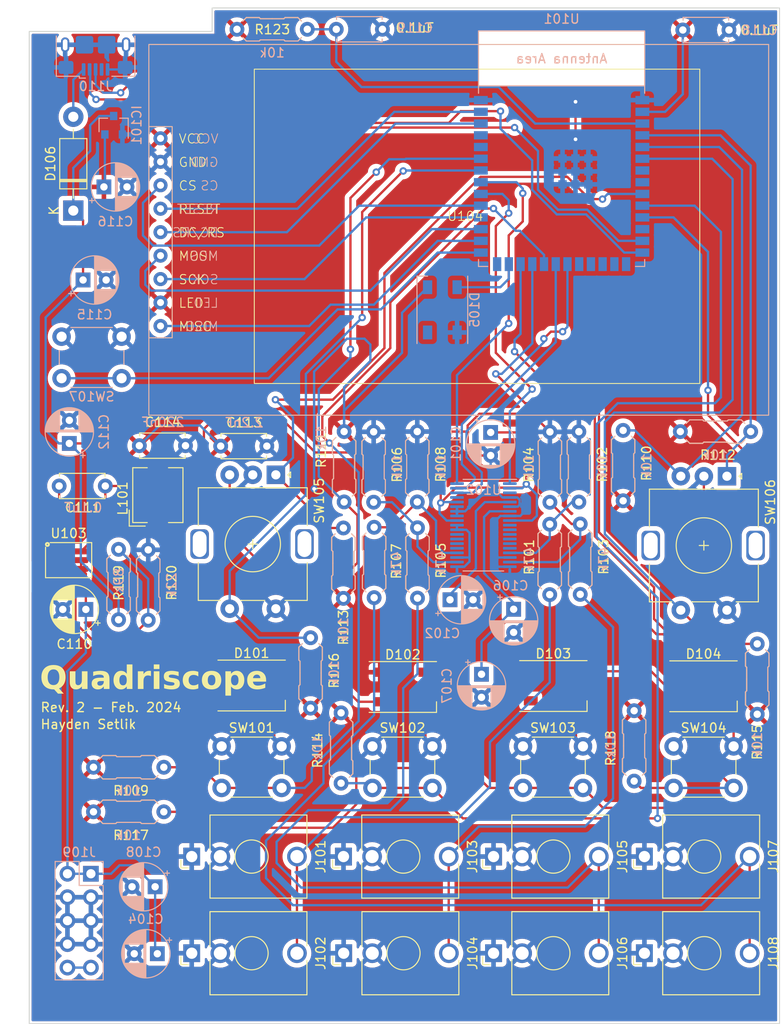
<source format=kicad_pcb>
(kicad_pcb (version 20221018) (generator pcbnew)
  (layers (0 "F.Cu" signal) (31 "B.Cu" signal) (34 "B.Paste" user) (35 "F.Paste" user) (36 "B.SilkS" user "B.Silkscreen") (37 "F.SilkS" user "F.Silkscreen") (38 "B.Mask" user) (39 "F.Mask" user) (44 "Edge.Cuts" user))
  (net 0 "")
  (net 1 "+3.3V")
  (net 2 "GND")
  (net 3 "Net-(U102-REFIO)")
  (net 4 "+12V")
  (net 5 "-12V")
  (net 6 "Net-(U102-REFCAP)")
  (net 7 "+5V")
  (net 8 "Net-(D101-DIN)")
  (net 10 "Net-(D102-DIN)")
  (net 11 "Net-(D103-DIN)")
  (net 12 "PIXELS")
  (net 13 "Net-(J101-PadT)")
  (net 14 "Net-(J103-PadT)")
  (net 15 "Net-(J105-PadT)")
  (net 16 "Net-(J107-PadT)")
  (net 17 "Net-(U102-AIN_0P)")
  (net 18 "Net-(U102-AIN_1P)")
  (net 19 "Net-(U102-AIN_2P)")
  (net 20 "Net-(U102-AIN_3P)")
  (net 21 "C1")
  (net 22 "ENCA_R")
  (net 23 "ENCB_R")
  (net 24 "ENCA_L")
  (net 25 "ENCB_L")
  (net 26 "C2")
  (net 27 "ENCA_B")
  (net 28 "ENCB_B")
  (net 29 "C3")
  (net 30 "C4")
  (net 31 "ADC_MOSI")
  (net 44 "ADC_MISO")
  (net 45 "ADC_SCK")
  (net 46 "ADC_CS")
  (net 47 "Net-(U103-CB)")
  (net 48 "D_MOSI")
  (net 49 "D_MISO")
  (net 50 "D_SCK")
  (net 51 "D_CS")
  (net 52 "Net-(U103-SW)")
  (net 53 "Net-(U101-EN)")
  (net 54 "D_RST")
  (net 55 "Net-(D105-DOUT)")
  (net 57 "D_DCRC")
  (net 58 "IO20")
  (net 59 "IO19")
  (net 60 "Net-(U103-FB)")
  (net 61 "Net-(SW107-A)")
  (net 73 "Net-(D106-A)")
  (footprint "Connector_Audio:Jack_3.5mm_QingPu_WQP-PJ398SM_Vertical_CircularHoles" (layer "F.Cu") (at 34.0622 -7.6256 90)
    (fp_text reference "J104")
    (fp_text value "THRU_2")
  )
  (footprint "PCM_Resistor_THT_AKL:R_Axial_DIN0207_L6.3mm_D2.5mm_P7.62mm_Horizontal" (layer "F.Cu") (at 64.3382 -56.6166 90)
    (fp_text reference "R110")
    (fp_text value "10k")
  )
  (footprint "PCM_Resistor_THT_AKL:R_Axial_DIN0207_L6.3mm_D2.5mm_P7.62mm_Horizontal" (layer "F.Cu") (at 30.48 -34.163 90)
    (fp_text reference "R116")
    (fp_text value "10k")
  )
  (footprint "Capacitor_THT:C_Disc_D4.7mm_W2.5mm_P5.00mm" (layer "F.Cu") (at 20.741 -62.5348)
    (fp_text reference "C113")
    (fp_text value "2.2nF" hide)
  )
  (footprint "PCM_Resistor_THT_AKL:R_Axial_DIN0207_L6.3mm_D2.5mm_P7.62mm_Horizontal" (layer "F.Cu") (at 37.3634 -46.1264 90)
    (fp_text reference "R107")
    (fp_text value "47k")
  )
  (footprint "PCM_Resistor_THT_AKL:R_Axial_DIN0207_L6.3mm_D2.5mm_P7.62mm_Horizontal" (layer "F.Cu") (at 9.67788 -51.357232 -90)
    (fp_text reference "R119")
    (fp_text value "89k")
  )
  (footprint "PCM_Resistor_THT_AKL:R_Axial_DIN0207_L6.3mm_D2.5mm_P7.62mm_Horizontal" (layer "F.Cu") (at 37.3126 -56.4642 90)
    (fp_text reference "R106")
    (fp_text value "10k")
  )
  (footprint "Button_Switch_THT:SW_PUSH_6mm_H5mm" (layer "F.Cu") (at 53.4898 -30.0236)
    (fp_text reference "SW103")
    (fp_text value "SW_SPST")
  )
  (footprint "PCM_Resistor_THT_AKL:R_Axial_DIN0207_L6.3mm_D2.5mm_P7.62mm_Horizontal" (layer "F.Cu") (at 42.037 -56.4896 90)
    (fp_text reference "R108")
    (fp_text value "10k")
  )
  (footprint "PCM_Resistor_THT_AKL:R_Axial_DIN0207_L6.3mm_D2.5mm_P7.62mm_Horizontal" (layer "F.Cu") (at 56.388 -46.4566 90)
    (fp_text reference "R101")
    (fp_text value "47k")
  )
  (footprint "PCM_Package_TO_SOT_SMD_AKL:SOT-23-6_BigPads" (layer "F.Cu") (at 4.26768 -50.188832)
    (fp_text reference "U103")
    (fp_text value "LMR50410-Q" hide)
  )
  (footprint "Connector_Audio:Jack_3.5mm_QingPu_WQP-PJ398SM_Vertical_CircularHoles" (layer "F.Cu") (at 66.6446 -7.6256 90)
    (fp_text reference "J108")
    (fp_text value "THRU_4")
  )
  (footprint "Connector_Audio:Jack_3.5mm_QingPu_WQP-PJ398SM_Vertical_CircularHoles" (layer "F.Cu") (at 50.2994 -18.0904 90)
    (fp_text reference "J105")
    (fp_text value "IN_3")
  )
  (footprint "PCM_Resistor_THT_AKL:R_Axial_DIN0207_L6.3mm_D2.5mm_P7.62mm_Horizontal" (layer "F.Cu") (at 33.782 -33.655 -90)
    (fp_text reference "R114")
    (fp_text value "10k")
  )
  (footprint "PCM_Resistor_THT_AKL:R_Axial_DIN0207_L6.3mm_D2.5mm_P7.62mm_Horizontal" (layer "F.Cu") (at 78.867 -33.5026 90)
    (fp_text reference "R115")
    (fp_text value "10k")
  )
  (footprint "PCM_Resistor_THT_AKL:R_Axial_DIN0207_L6.3mm_D2.5mm_P7.62mm_Horizontal" (layer "F.Cu") (at 59.5436 -56.479625 90)
    (fp_text reference "R102")
    (fp_text value "10k")
  )
  (footprint "PCM_Resistor_THT_AKL:R_Axial_DIN0207_L6.3mm_D2.5mm_P7.62mm_Horizontal" (layer "F.Cu") (at 42.0624 -46.0756 90)
    (fp_text reference "R105")
    (fp_text value "47k")
  )
  (footprint "PCM_Resistor_THT_AKL:R_Axial_DIN0207_L6.3mm_D2.5mm_P7.62mm_Horizontal" (layer "F.Cu") (at 6.9596 -22.9362)
    (fp_text reference "R117")
    (fp_text value "10k")
  )
  (footprint "LED_SMD:LED_SK6812_PLCC4_5.0x5.0mm_P3.2mm" (layer "F.Cu") (at 24.0942 -36.6128)
    (fp_text reference "D101")
    (fp_text value "SK6812")
  )
  (footprint "PCM_Resistor_THT_AKL:R_Axial_DIN0207_L6.3mm_D2.5mm_P7.62mm_Horizontal" (layer "F.Cu") (at 22.5044 -107.6706)
    (fp_text reference "R123")
    (fp_text value "10k")
  )
  (footprint "LED_SMD:LED_SK6812_PLCC4_5.0x5.0mm_P3.2mm" (layer "F.Cu") (at 56.779 -36.556)
    (fp_text reference "D103")
    (fp_text value "SK6812")
  )
  (footprint "Diode_THT:D_DO-41_SOD81_P10.16mm_Horizontal" (layer "F.Cu") (at 4.7752 -88.0364 90)
    (fp_text reference "D106")
    (fp_text value "1N4002")
  )
  (footprint "Connector_Audio:Jack_3.5mm_QingPu_WQP-PJ398SM_Vertical_CircularHoles" (layer "F.Cu") (at 17.603 -7.6256 90)
    (fp_text reference "J102")
    (fp_text value "THRU_1")
  )
  (footprint "PCM_Resistor_THT_AKL:R_Axial_DIN0207_L6.3mm_D2.5mm_P7.62mm_Horizontal" (layer "F.Cu") (at 34.036 -46.0502 90)
    (fp_text reference "R113")
    (fp_text value "10k")
  )
  (footprint "Alps_Rotary_Encoder:RotaryEncoder_Alps_EC11E-Switch_Vertical_H20mm_5Pin" (layer "F.Cu") (at 75.585 -59.2748 -90)
    (fp_text reference "SW106")
    (fp_text value "RotaryEncoder_Switch")
  )
  (footprint "LED_SMD:LED_SK6812_PLCC4_5.0x5.0mm_P3.2mm" (layer "F.Cu") (at 40.4722 -36.4544)
    (fp_text reference "D102")
    (fp_text value "SK6812")
  )
  (footprint "Inductor_SMD:L_Bourns_SRP5030T" (layer "F.Cu") (at 13.9347 -57.2262 90)
    (fp_text reference "L101")
    (fp_text value "4.7uH")
  )
  (footprint "Connector_Audio:Jack_3.5mm_QingPu_WQP-PJ398SM_Vertical_CircularHoles" (layer "F.Cu") (at 34.0434 -18.0904 90)
    (fp_text reference "J103")
    (fp_text value "IN_2")
  )
  (footprint "PCM_Resistor_THT_AKL:R_Axial_DIN0207_L6.3mm_D2.5mm_P7.62mm_Horizontal" (layer "F.Cu") (at 6.9596 -27.7622)
    (fp_text reference "R109")
    (fp_text value "10k")
  )
  (footprint "Button_Switch_THT:SW_PUSH_6mm_H5mm" (layer "F.Cu") (at 37.183 -30.0236)
    (fp_text reference "SW102")
    (fp_text value "SW_SPST")
  )
  (footprint "Button_Switch_THT:SW_PUSH_6mm_H5mm" (layer "F.Cu") (at 69.8082 -30.0236)
    (fp_text reference "SW104")
    (fp_text value "SW_SPST")
  )
  (footprint "PCM_Resistor_THT_AKL:R_Axial_DIN0207_L6.3mm_D2.5mm_P7.62mm_Horizontal" (layer "F.Cu") (at 65.532 -33.8836 -90)
    (fp_text reference "R118")
    (fp_text value "10k")
  )
  (footprint "Capacitor_THT:C_Disc_D4.7mm_W2.5mm_P5.00mm" (layer "F.Cu") (at 11.9272 -62.5856)
    (fp_text reference "C114")
    (fp_text value "220nF" hide)
  )
  (footprint "Alps_Rotary_Encoder:RotaryEncoder_Alps_EC11E-Switch_Vertical_H20mm_5Pin" (layer "F.Cu") (at 26.7154 -59.4272 -90)
    (fp_text reference "SW105")
    (fp_text value "RotaryEncoder_Switch")
  )
  (footprint "PCM_Resistor_THT_AKL:R_Axial_DIN0207_L6.3mm_D2.5mm_P7.62mm_Horizontal" (layer "F.Cu") (at 56.4054 -56.454225 90)
    (fp_text reference "R104")
    (fp_text value "10k")
  )
  (footprint "PCM_Resistor_THT_AKL:R_Axial_DIN0207_L6.3mm_D2.5mm_P7.62mm_Horizontal" (layer "F.Cu") (at 59.69 -46.482 90)
    (fp_text reference "R103")
    (fp_text value "47k")
  )
  (footprint "Connector_Audio:Jack_3.5mm_QingPu_WQP-PJ398SM_Vertical_CircularHoles" (layer "F.Cu") (at 17.603 -18.0904 90)
    (fp_text reference "J101")
    (fp_text value "IN_1")
  )
  (footprint "Connector_Audio:Jack_3.5mm_QingPu_WQP-PJ398SM_Vertical_CircularHoles" (layer "F.Cu") (at 66.6446 -18.0904 90)
    (fp_text reference "J107")
    (fp_text value "IN_4")
  )
  (footprint "LED_SMD:LED_SK6812_PLCC4_5.0x5.0mm_P3.2mm" (layer "F.Cu") (at 73.0466 -36.5308)
    (fp_text reference "D104")
    (fp_text value "SK6812")
  )
  (footprint "Connector_Audio:Jack_3.5mm_QingPu_WQP-PJ398SM_Vertical_CircularHoles" (layer "F.Cu") (at 50.2994 -7.6256 90)
    (fp_text reference "J106")
    (fp_text value "THRU_3")
  )
  (footprint "PCM_Resistor_THT_AKL:R_Axial_DIN0207_L6.3mm_D2.5mm_P7.62mm_Horizontal" (layer "F.Cu") (at 70.5358 -64.1096)
    (fp_text reference "R112")
    (fp_text value "10k")
  )
  (footprint "PCM_Resistor_THT_AKL:R_Axial_DIN0207_L6.3mm_D2.5mm_P7.62mm_Horizontal" (layer "F.Cu") (at 34.1122 -64.1096 -90)
    (fp_text reference "R111")
    (fp_text value "10k")
  )
  (footprint "PCM_Resistor_THT_AKL:R_Axial_DIN0207_L6.3mm_D2.5mm_P7.62mm_Horizontal" (layer "F.Cu") (at 12.89228 -43.686432 90)
    (fp_text reference "R120")
    (fp_text value "22k")
  )
  (footprint "Capacitor_THT:CP_Radial_D5.0mm_P2.50mm" (layer "F.Cu") (at 6.133193 -44.85432 180)
    (fp_text reference "C110")
    (fp_text value "10uF")
  )
  (footprint "Capacitor_THT:C_Disc_D4.7mm_W2.5mm_P5.00mm" (layer "F.Cu") (at 3.2404 -58.2168)
    (fp_text reference "C111")
    (fp_text value "0.1uF" hide)
  )
  (footprint "Display:TFTBreakout_ILI9341_340x320" (layer "F.Cu") (at 12.9524 -106.0212)
    (fp_text reference "U104")
    (fp_text value "~")
  )
  (footprint "Button_Switch_THT:SW_PUSH_6mm_H5mm" (layer "F.Cu") (at 20.8442 -30.0236)
    (fp_text reference "SW101")
    (fp_text value "SW_SPST")
  )
  (footprint "Capacitor_THT:CP_Radial_D5.0mm_P2.50mm" (layer "B.Cu") (at 8.091288 -90.6018)
    (fp_text reference "C116")
    (fp_text value "10uF")
  )
  (footprint "Capacitor_THT:CP_Radial_D5.0mm_P2.50mm" (layer "B.Cu") (at 49.9872 -64.019312 -90)
    (fp_text reference "C101")
    (fp_text value "1uF")
  )
  (footprint "Button_Switch_THT:SW_PUSH_6mm_H5mm" (layer "B.Cu") (at 3.5064 -69.886)
    (fp_text reference "SW107")
    (fp_text value "SW_SPST")
  )
  (footprint "PCM_4ms_Package_SOT:SOT-23" (layer "B.Cu") (at 9.144 -97.282 90)
    (fp_text reference "IC101")
    (fp_text value "LD1117-3.3V-SOT223")
  )
  (footprint "Capacitor_THT:C_Disc_D4.7mm_W2.5mm_P5.00mm" (layer "B.Cu") (at 70.8044 -107.5944)
    (fp_text reference "C118")
    (fp_text value "0.1uF" hide)
  )
  (footprint "Capacitor_THT:CP_Radial_D5.0mm_P2.50mm" (layer "B.Cu") (at 13.638776 -14.821 180)
    (fp_text reference "C108")
    (fp_text value "2.2uF")
  )
  (footprint "Connector_PinHeader_2.54mm:PinHeader_2x05_P2.54mm_Vertical" (layer "B.Cu") (at 6.68068 -16.22852 180)
    (fp_text reference "J109")
    (fp_text value "Conn_02x05_Odd_Even")
  )
  (footprint "Capacitor_THT:CP_Radial_D5.0mm_P2.50mm" (layer "B.Cu") (at 52.4764 -44.867713 -90)
    (fp_text reference "C106")
    (fp_text value "1uF")
  )
  (footprint "Capacitor_THT:CP_Radial_D5.0mm_P2.50mm" (layer "B.Cu") (at 45.5822 -45.8978)
    (fp_text reference "C102")
    (fp_text value "10uF")
  )
  (footprint "Connector_USB:USB_Micro-B_Amphenol_10118193-0001LF_Horizontal" (layer "B.Cu") (at 7.1902 -105.9942)
    (fp_text reference "J110")
    (fp_text value "USB_B_Micro")
  )
  (footprint "Capacitor_THT:C_Disc_D4.7mm_W2.5mm_P5.00mm" (layer "B.Cu") (at 33.2632 -107.6706)
    (fp_text reference "C119")
    (fp_text value "0.1uF" hide)
  )
  (footprint "Espressif:ESP32-S3-WROOM-1" (layer "B.Cu") (at 57.6734 -91.741 180)
    (fp_text reference "U101")
    (fp_text value "ESP32-S3-WROOM-1")
  )
  (footprint "LED_SMD:LED_SK6812_PLCC4_5.0x5.0mm_P3.2mm" (layer "B.Cu") (at 44.7548 -77.2922 90)
    (fp_text reference "D105")
    (fp_text value "WS2812B")
  )
  (footprint "Capacitor_THT:CP_Radial_D5.0mm_P2.50mm" (layer "B.Cu") (at 4.34388 -62.82672 90)
    (fp_text reference "C112")
    (fp_text value "10uF")
  )
  (footprint "Capacitor_THT:CP_Radial_D5.0mm_P2.50mm" (layer "B.Cu") (at 13.8792 -7.5692 180)
    (fp_text reference "C104")
    (fp_text value "22uF")
  )
  (footprint "Package_SO:TSSOP-38_4.4x9.7mm_P0.5mm" (layer "B.Cu") (at 49.1998 -53.975 180)
    (fp_text reference "U102")
    (fp_text value "ADS8684")
  )
  (footprint "Capacitor_THT:CP_Radial_D5.0mm_P2.50mm" (layer "B.Cu") (at 5.830688 -80.5244)
    (fp_text reference "C115")
    (fp_text value "10uF")
  )
  (footprint "Capacitor_THT:CP_Radial_D5.0mm_P2.50mm" (layer "B.Cu") (at 48.9966 -37.831912 -90)
    (fp_text reference "C107")
    (fp_text value "22uF")
  )
  (gr_poly (pts (xy 0 0) (xy 0 -107.442) (xy 19.812 -107.442) (xy 19.812 -109.982) (xy 81.28 -109.982) (xy 81.28 0)) (stroke (width 0.1)) (fill none) (layer "Edge.Cuts"))
  (gr_text "Rev. 2 - Feb. 2024" (at 1.143 -33.655) (layer "F.SilkS") (effects (font (size 1 1)) (justify left bottom)))
  (gr_text "Quadriscope" (at 1.143 -35.814) (layer "F.SilkS") (effects (font (size 2.5 2.5) (thickness 0.3) bold) (justify left bottom)))
  (gr_text "Hayden Setlik" (at 1.143 -31.8262) (layer "F.SilkS") (effects (font (size 1 1)) (justify left bottom)))
  (via (at 30.861 -57.912) (size 0.8) (drill 0.4) (layers "F.Cu" "B.Cu") (net 1))
  (segment (start 34.1122 -64.1096) (end 34.1122 -68.9102) (width 0.25) (layer "B.Cu") (net 1))
  (segment (start 14.1116 -64.77) (end 18.5058 -64.77) (width 0.25) (layer "B.Cu") (net 1))
  (segment (start 34.1122 -66.3702) (end 40.386 -72.644) (width 0.25) (layer "B.Cu") (net 1))
  (segment (start 36.957 -73.533) (end 36.322 -74.168) (width 0.25) (layer "B.Cu") (net 1))
  (segment (start 40.386 -76.9734) (end 43.1548 -79.7422) (width 0.25) (layer "B.Cu") (net 1))
  (segment (start 30.861 -70.610604) (end 30.861 -57.912) (width 0.25) (layer "B.Cu") (net 1))
  (segment (start 70.8044 -100.6494) (end 70.8044 -107.5944) (width 0.25) (layer "B.Cu") (net 1))
  (segment (start 66.4234 -98.731) (end 68.886 -98.731) (width 0.25) (layer "B.Cu") (net 1))
  (segment (start 34.1122 -64.1096) (end 34.1122 -66.3702) (width 0.25) (layer "B.Cu") (net 1))
  (segment (start 8.194 -96.282) (end 8.194 -90.704512) (width 0.25) (layer "B.Cu") (net 1))
  (segment (start 11.9272 -62.5856) (end 14.1116 -64.77) (width 0.25) (layer "B.Cu") (net 1))
  (segment (start 36.322 -74.168) (end 34.418396 -74.168) (width 0.25) (layer "B.Cu") (net 1))
  (segment (start 36.957 -71.755) (end 36.957 -73.533) (width 0.25) (layer "B.Cu") (net 1))
  (segment (start 8.194 -90.704512) (end 8.091288 -90.6018) (width 0.25) (layer "B.Cu") (net 1))
  (segment (start 40.386 -72.644) (end 40.386 -76.9734) (width 0.25) (layer "B.Cu") (net 1))
  (segment (start 34.418396 -74.168) (end 30.861 -70.610604) (width 0.25) (layer "B.Cu") (net 1))
  (segment (start 34.1122 -68.9102) (end 36.957 -71.755) (width 0.25) (layer "B.Cu") (net 1))
  (segment (start 18.5058 -64.77) (end 20.741 -62.5348) (width 0.25) (layer "B.Cu") (net 1))
  (segment (start 68.886 -98.731) (end 70.8044 -100.6494) (width 0.25) (layer "B.Cu") (net 1))
  (segment (start 2.032 -46.101) (end 2.386513 -46.101) (width 0.25) (layer "F.Cu") (net 2))
  (segment (start 73.085 -47.2748) (end 75.585 -44.7748) (width 0.25) (layer "F.Cu") (net 2))
  (segment (start 47.498 -64.135) (end 47.498 -64.77) (width 0.25) (layer "F.Cu") (net 2))
  (segment (start 47.498 -62.611) (end 47.498 -64.135) (width 0.25) (layer "F.Cu") (net 2))
  (segment (start 42.9222 -30.7844) (end 43.683 -30.0236) (width 0.25) (layer "F.Cu") (net 2))
  (segment (start 1.547832 -50.188832) (end 0.762 -49.403) (width 0.25) (layer "F.Cu") (net 2))
  (segment (start 42.9222 -34.8544) (end 42.9222 -30.7844) (width 0.25) (layer "F.Cu") (net 2))
  (segment (start 2.386513 -46.101) (end 3.633193 -44.85432) (width 0.25) (layer "F.Cu") (net 2))
  (segment (start 54.439625 -66.04) (end 56.4054 -64.074225) (width 0.25) (layer "F.Cu") (net 2))
  (segment (start 2.91768 -50.188832) (end 1.547832 -50.188832) (width 0.25) (layer "F.Cu") (net 2))
  (segment (start 26.5442 -30.8236) (end 27.3442 -30.0236) (width 0.25) (layer "F.Cu") (net 2))
  (segment (start 76.3082 -34.1192) (end 75.4966 -34.9308) (width 0.25) (layer "F.Cu") (net 2))
  (segment (start 73.085 -59.2748) (end 73.085 -47.2748) (width 0.25) (layer "F.Cu") (net 2))
  (segment (start 47.498 -64.77) (end 48.768 -66.04) (width 0.25) (layer "F.Cu") (net 2))
  (segment (start 48.768 -66.04) (end 54.439625 -66.04) (width 0.25) (layer "F.Cu") (net 2))
  (segment (start 59.182 -95.758) (end 59.182 -99.822) (width 0.25) (layer "F.Cu") (net 2))
  (segment (start 42.037 -64.1096) (end 47.4726 -64.1096) (width 0.25) (layer "F.Cu") (net 2))
  (segment (start 59.229 -34.956) (end 59.229 -30.7844) (width 0.25) (layer "F.Cu") (net 2))
  (segment (start 48.589688 -61.519312) (end 47.498 -62.611) (width 0.25) (layer "F.Cu") (net 2))
  (segment (start 47.4726 -64.1096) (end 47.498 -64.135) (width 0.25) (layer "F.Cu") (net 2))
  (segment (start 0.762 -49.403) (end 0.762 -47.371) (width 0.25) (layer "F.Cu") (net 2))
  (segment (start 76.3082 -30.0236) (end 76.3082 -34.1192) (width 0.25) (layer "F.Cu") (net 2))
  (segment (start 26.5442 -35.0128) (end 26.5442 -30.8236) (width 0.25) (layer "F.Cu") (net 2))
  (segment (start 49.9872 -61.519312) (end 48.589688 -61.519312) (width 0.25) (layer "F.Cu") (net 2))
  (segment (start 59.229 -30.7844) (end 59.9898 -30.0236) (width 0.25) (layer "F.Cu") (net 2))
  (segment (start 0.762 -47.371) (end 2.032 -46.101) (width 0.25) (layer "F.Cu") (net 2))
  (via (at 59.182 -95.758) (size 0.8) (drill 0.4) (layers "F.Cu" "B.Cu") (net 2))
  (via (at 59.182 -99.822) (size 0.8) (drill 0.4) (layers "F.Cu" "B.Cu") (net 2))
  (segment (start 49.9872 -58.399315) (end 49.9872 -61.519312) (width 0.25) (layer "B.Cu") (net 2))
  (segment (start 46.3373 -53.975) (end 46.3373 -53.475) (width 0.25) (layer "B.Cu") (net 2))
  (segment (start 53.594 -55.372) (end 53.594 -55.9188) (width 0.25) (layer "B.Cu") (net 2))
  (segment (start 49.911 -58.323115) (end 49.9872 -58.399315) (width 0.25) (layer "B.Cu") (net 2))
  (segment (start 52.0623 -49.475) (end 50.491 -49.475) (width 0.25) (layer "B.Cu") (net 2))
  (segment (start 46.3373 -55.475) (end 47.22 -55.475) (width 0.25) (layer "B.Cu") (net 2))
  (segment (start 52.927 -55.975) (end 53.1248 -56.1728) (width 0.25) (layer "B.Cu") (net 2))
  (segment (start 51.259115 -56.975) (end 49.911 -58.323115) (width 0.25) (layer "B.Cu") (net 2))
  (segment (start 47.696 -50.475) (end 47.696 -50.030515) (width 0.25) (layer "B.Cu") (net 2))
  (segment (start 8.4902 -103.3192) (end 10.1652 -103.3192) (width 0.25) (layer "B.Cu") (net 2))
  (segment (start 59.182 -99.822) (end 59.361 -100.001) (width 0.25) (layer "B.Cu") (net 2))
  (segment (start 46.3373 -49.475) (end 46.3373 -48.4963) (width 0.25) (layer "B.Cu") (net 2))
  (segment (start 10.1652 -103.3192) (end 10.3902 -103.5442) (width 0.25) (layer "B.Cu") (net 2))
  (segment (start 47.696 -53.142) (end 47.696 -50.475) (width 0.25) (layer "B.Cu") (net 2))
  (segment (start 47.696 -50.030515) (end 47.140485 -49.475) (width 0.25) (layer "B.Cu") (net 2))
  (segment (start 59.1734 -93.681) (end 59.1734 -95.7494) (width 0.25) (layer "B.Cu") (net 2))
  (segment (start 52.0623 -54.975) (end 53.197 -54.975) (width 0.25) (layer "B.Cu") (net 2))
  (segment (start 52.0623 -56.975) (end 51.259115 -56.975) (width 0.25) (layer "B.Cu") (net 2))
  (segment (start 47.140485 -49.475) (end 46.3373 -49.475) (width 0.25) (layer "B.Cu") (net 2))
  (segment (start 52.0623 -50.475) (end 50.49 -50.475) (width 0.25) (layer "B.Cu") (net 2))
  (segment (start 53.594 -55.9188) (end 53.1248 -56.388) (width 0.25) (layer "B.Cu") (net 2))
  (segment (start 52.0623 -54.975) (end 51.038 -54.975) (width 0.25) (layer "B.Cu") (net 2))
  (segment (start 47.363 -53.475) (end 47.696 -53.142) (width 0.25) (layer "B.Cu") (net 2))
  (segment (start 53.1248 -56.7302) (end 52.88 -56.975) (width 0.25) (layer "B.Cu") (net 2))
  (segment (start 53.1248 -56.1728) (end 53.1248 -56.388) (width 0.25) (layer "B.Cu") (net 2))
  (segment (start 46.3373 -50.475) (end 47.696 -50.475) (width 0.25) (layer "B.Cu") (net 2))
  (segment (start 47.22 -55.475) (end 47.879 -56.134) (width 0.25) (layer "B.Cu") (net 2))
  (segment (start 53.1248 -56.388) (end 53.1248 -56.7302) (width 0.25) (layer "B.Cu") (net 2))
  (segment (start 59.1734 -95.7494) (end 59.182 -95.758) (width 0.25) (layer "B.Cu") (net 2))
  (segment (start 53.197 -54.975) (end 53.594 -55.372) (width 0.25) (layer "B.Cu") (net 2))
  (segment (start 52.88 -56.975) (end 52.0623 -56.975) (width 0.25) (layer "B.Cu") (net 2))
  (segment (start 46.3373 -54.975) (end 46.3373 -55.975) (width 0.25) (layer "B.Cu") (net 2))
  (segment (start 46.3373 -53.475) (end 47.363 -53.475) (width 0.25) (layer "B.Cu") (net 2))
  (segment (start 51.038 -54.975) (end 50.546 -54.483) (width 0.25) (layer "B.Cu") (net 2))
  (segment (start 52.0623 -55.975) (end 52.927 -55.975) (width 0.25) (layer "B.Cu") (net 2))
  (segment (start 45.5822 -46.4712) (end 48.387 -49.276) (width 0.25) (layer "B.Cu") (net 3))
  (segment (start 49.363 -56.475) (end 52.0623 -56.475) (width 0.25) (layer "B.Cu") (net 3))
  (segment (start 45.5822 -45.8978) (end 45.5822 -46.4712) (width 0.25) (layer "B.Cu") (net 3))
  (segment (start 48.387 -55.499) (end 49.363 -56.475) (width 0.25) (layer "B.Cu") (net 3))
  (segment (start 48.387 -49.276) (end 48.387 -55.499) (width 0.25) (layer "B.Cu") (net 3))
  (segment (start 6.133193 -48.723319) (end 5.61768 -49.238832) (width 0.25) (layer "F.Cu") (net 4))
  (segment (start 6.133193 -44.85432) (end 6.133193 -48.723319) (width 0.25) (layer "F.Cu") (net 4))
  (segment (start 5.61768 -49.238832) (end 5.61768 -50.188832) (width 0.25) (layer "F.Cu") (net 4))
  (segment (start 13.638776 -14.821) (end 13.638776 -7.809624) (width 0.25) (layer "B.Cu") (net 4))
  (segment (start 8.86252 -16.22852) (end 9.779 -17.145) (width 0.25) (layer "B.Cu") (net 4))
  (segment (start 4.14068 -38.02332) (end 4.14068 -16.22852) (width 0.25) (layer "B.Cu") (net 4))
  (segment (start 6.133193 -44.85432) (end 6.133193 -40.169193) (width 0.25) (layer "B.Cu") (net 4))
  (segment (start 11.314776 -17.145) (end 13.638776 -14.821) (width 0.25) (layer "B.Cu") (net 4))
  (segment (start 6.133193 -40.169193) (end 4.064 -38.1) (width 0.25) (layer "B.Cu") (net 4))
  (segment (start 13.638776 -7.809624) (end 13.8792 -7.5692) (width 0.25) (layer "B.Cu") (net 4))
  (segment (start 4.064 -38.1) (end 4.14068 -38.02332) (width 0.25) (layer "B.Cu") (net 4))
  (segment (start 4.14068 -16.22852) (end 6.68068 -16.22852) (width 0.25) (layer "B.Cu") (net 4))
  (segment (start 9.779 -17.145) (end 11.314776 -17.145) (width 0.25) (layer "B.Cu") (net 4))
  (segment (start 6.68068 -16.22852) (end 8.86252 -16.22852) (width 0.25) (layer "B.Cu") (net 4))
  (segment (start 4.14068 -6.06852) (end 6.68068 -6.06852) (width 0.25) (layer "B.Cu") (net 5))
  (segment (start 52.4764 -45.5676) (end 49.276 -48.768) (width 0.25) (layer "B.Cu") (net 6))
  (segment (start 48.9966 -41.387913) (end 52.4764 -44.867713) (width 0.25) (layer "B.Cu") (net 6))
  (segment (start 49.276 -54.864) (end 49.887 -55.475) (width 0.25) (layer "B.Cu") (net 6))
  (segment (start 48.9966 -37.831912) (end 48.9966 -41.387913) (width 0.25) (layer "B.Cu") (net 6))
  (segment (start 49.887 -55.475) (end 52.0623 -55.475) (width 0.25) (layer "B.Cu") (net 6))
  (segment (start 49.276 -48.768) (end 49.276 -54.864) (width 0.25) (layer "B.Cu") (net 6))
  (segment (start 52.4764 -44.867713) (end 52.4764 -45.5676) (width 0.25) (layer "B.Cu") (net 6))
  (segment (start 17.1852 -59.4762) (end 13.9347 -59.4762) (width 0.25) (layer "F.Cu") (net 7))
  (segment (start 4.34388 -62.82672) (end 7.53128 -62.82672) (width 0.25) (layer "F.Cu") (net 7))
  (segment (start 46.228 -58.039) (end 44.577 -56.388) (width 0.25) (layer "F.Cu") (net 7))
  (segment (start 5.830688 -80.5244) (end 5.830688 -86.980912) (width 0.25) (layer "F.Cu") (net 7))
  (segment (start 7.53128 -62.82672) (end 10.8818 -59.4762) (width 0.25) (layer "F.Cu") (net 7))
  (segment (start 20.32 -65.786) (end 18.923 -64.389) (width 0.25) (layer "F.Cu") (net 7))
  (segment (start 10.8818 -59.4762) (end 13.9347 -59.4762) (width 0.25) (layer "F.Cu") (net 7))
  (segment (start 5.830688 -86.980912) (end 4.7752 -88.0364) (width 0.25) (layer "F.Cu") (net 7))
  (segment (start 18.923 -64.389) (end 18.923 -61.214) (width 0.25) (layer "F.Cu") (net 7))
  (segment (start 42.418 -61.849) (end 30.988 -61.849) (width 0.25) (layer "F.Cu") (net 7))
  (segment (start 53.848 -63.5) (end 53.328688 -64.019312) (width 0.25) (layer "F.Cu") (net 7))
  (segment (start 53.328688 -64.019312) (end 49.9872 -64.019312) (width 0.25) (layer "F.Cu") (net 7))
  (segment (start 44.577 -59.69) (end 42.418 -61.849) (width 0.25) (layer "F.Cu") (net 7))
  (segment (start 53.848 -58.42) (end 53.467 -58.039) (width 0.25) (layer "F.Cu") (net 7))
  (segment (start 18.923 -61.214) (end 17.1852 -59.4762) (width 0.25) (layer "F.Cu") (net 7))
  (segment (start 30.988 -61.849) (end 27.051 -65.786) (width 0.25) (layer "F.Cu") (net 7))
  (segment (start 27.051 -65.786) (end 20.32 -65.786) (width 0.25) (layer "F.Cu") (net 7))
  (segment (start 53.848 -58.42) (end 53.848 -63.5) (width 0.25) (layer "F.Cu") (net 7))
  (segment (start 44.577 -56.388) (end 44.577 -59.69) (width 0.25) (layer "F.Cu") (net 7))
  (segment (start 53.467 -58.039) (end 46.228 -58.039) (width 0.25) (layer "F.Cu") (net 7))
  (via (at 44.577 -56.388) (size 0.8) (drill 0.4) (layers "F.Cu" "B.Cu") (net 7))
  (via (at 53.848 -58.42) (size 0.8) (drill 0.4) (layers "F.Cu" "B.Cu") (net 7))
  (segment (start 9.67788 -45.94812) (end 5.588 -50.038) (width 0.25) (layer "B.Cu") (net 7))
  (segment (start 44.664 -56.475) (end 46.3373 -56.475) (width 0.25) (layer "B.Cu") (net 7))
  (segment (start 6.604 -94.488) (end 6.604 -97.282) (width 0.25) (layer "B.Cu") (net 7))
  (segment (start 4.34388 -62.82672) (end 3.21328 -62.82672) (width 0.25) (layer "B.Cu") (net 7))
  (segment (start 46.3373 -54.475) (end 45.22 -54.475) (width 0.25) (layer "B.Cu") (net 7))
  (segment (start 44.45 -55.245) (end 44.45 -56.261) (width 0.25) (layer "B.Cu") (net 7))
  (segment (start 54.475 -54.475) (end 54.991 -54.991) (width 0.25) (layer "B.Cu") (net 7))
  (segment (start 9.67788 -43.737232) (end 9.67788 -45.94812) (width 0.25) (layer "B.Cu") (net 7))
  (segment (start 1.778 -76.471712) (end 5.830688 -80.5244) (width 0.25) (layer "B.Cu") (net 7))
  (segment (start 44.45 -56.261) (end 44.577 -56.388) (width 0.25) (layer "B.Cu") (net 7))
  (segment (start 4.7752 -92.6592) (end 6.604 -94.488) (width 0.25) (layer "B.Cu") (net 7))
  (segment (start 54.991 -54.991) (end 54.991 -57.277) (width 0.25) (layer "B.Cu") (net 7))
  (segment (start 52.0623 -57.975) (end 53.403 -57.975) (width 0.25) (layer "B.Cu") (net 7))
  (segment (start 4.7752 -88.0364) (end 4.7752 -92.6592) (width 0.25) (layer "B.Cu") (net 7))
  (segment (start 1.778 -64.262) (end 1.778 -76.471712) (width 0.25) (layer "B.Cu") (net 7))
  (segment (start 5.588 -61.5826) (end 4.34388 -62.82672) (width 0.25) (layer "B.Cu") (net 7))
  (segment (start 6.604 -97.282) (end 7.604 -98.282) (width 0.25) (layer "B.Cu") (net 7))
  (segment (start 3.21328 -62.82672) (end 1.778 -64.262) (width 0.25) (layer "B.Cu") (net 7))
  (segment (start 54.991 -57.277) (end 53.848 -58.42) (width 0.25) (layer "B.Cu") (net 7))
  (segment (start 7.604 -98.282) (end 9.144 -98.282) (width 0.25) (layer "B.Cu") (net 7))
  (segment (start 53.403 -57.975) (end 53.848 -58.42) (width 0.25) (layer "B.Cu") (net 7))
  (segment (start 52.0623 -54.475) (end 54.475 -54.475) (width 0.25) (layer "B.Cu") (net 7))
  (segment (start 45.22 -54.475) (end 44.45 -55.245) (width 0.25) (layer "B.Cu") (net 7))
  (segment (start 5.588 -50.038) (end 5.588 -61.5826) (width 0.25) (layer "B.Cu") (net 7))
  (segment (start 44.577 -56.388) (end 44.664 -56.475) (width 0.25) (layer "B.Cu") (net 7))
  (segment (start 26.5442 -38.2128) (end 32.2722 -38.2128) (width 0.25) (layer "F.Cu") (net 8))
  (segment (start 35.6306 -34.8544) (end 38.0222 -34.8544) (width 0.25) (layer "F.Cu") (net 8))
  (segment (start 32.2722 -38.2128) (end 35.6306 -34.8544) (width 0.25) (layer "F.Cu") (net 8))
  (segment (start 42.9222 -38.0544) (end 44.519688 -36.456912) (width 0.25) (layer "F.Cu") (net 10))
  (segment (start 44.519688 -36.456912) (end 52.828088 -36.456912) (width 0.25) (layer "F.Cu") (net 10))
  (segment (start 52.828088 -36.456912) (end 54.329 -34.956) (width 0.25) (layer "F.Cu") (net 10))
  (segment (start 59.229 -38.156) (end 67.3714 -38.156) (width 0.25) (layer "F.Cu") (net 11))
  (segment (start 67.3714 -38.156) (end 70.5966 -34.9308) (width 0.25) (layer "F.Cu") (net 11))
  (segment (start 57.912 -70.231) (end 55.118 -70.231) (width 0.25) (layer "F.Cu") (net 12))
  (segment (start 67.691 -43.815) (end 67.691 -47.244) (width 0.25) (layer "F.Cu") (net 12))
  (segment (start 73.3752 -38.1308) (end 67.691 -43.815) (width 0.25) (layer "F.Cu") (net 12))
  (segment (start 67.691 -47.244) (end 61.722 -53.213) (width 0.25) (layer "F.Cu") (net 12))
  (segment (start 55.118 -70.231) (end 52.578 -72.771) (width 0.25) (layer "F.Cu") (net 12))
  (segment (start 61.722 -66.421) (end 57.912 -70.231) (width 0.25) (layer "F.Cu") (net 12))
  (segment (start 75.4966 -38.1308) (end 73.3752 -38.1308) (width 0.25) (layer "F.Cu") (net 12))
  (segment (start 61.722 -53.213) (end 61.722 -66.421) (width 0.25) (layer "F.Cu") (net 12))
  (via (at 52.578 -72.771) (size 0.8) (drill 0.4) (layers "F.Cu" "B.Cu") (net 12))
  (segment (start 52.578 -74.041) (end 53.2284 -74.6914) (width 0.25) (layer "B.Cu") (net 12))
  (segment (start 52.578 -72.771) (end 52.578 -74.041) (width 0.25) (layer "B.Cu") (net 12))
  (segment (start 53.2284 -74.6914) (end 53.2284 -82.241) (width 0.25) (layer "B.Cu") (net 12))
  (segment (start 29.003 -7.6256) (end 29.003 -18.0904) (width 0.25) (layer "F.Cu") (net 13))
  (segment (start 33.2646 -22.352) (end 46.609 -22.352) (width 0.25) (layer "B.Cu") (net 13))
  (segment (start 46.609 -22.352) (end 49.911 -25.654) (width 0.25) (layer "B.Cu") (net 13))
  (segment (start 56.388 -36.957) (end 56.388 -46.4566) (width 0.25) (layer "B.Cu") (net 13))
  (segment (start 49.911 -25.654) (end 49.911 -30.48) (width 0.25) (layer "B.Cu") (net 13))
  (segment (start 29.003 -18.0904) (end 33.2646 -22.352) (width 0.25) (layer "B.Cu") (net 13))
  (segment (start 49.911 -30.48) (end 56.388 -36.957) (width 0.25) (layer "B.Cu") (net 13))
  (segment (start 45.4434 -7.6444) (end 45.4622 -7.6256) (width 0.25) (layer "F.Cu") (net 14))
  (segment (start 45.4434 -18.0904) (end 45.4434 -7.6444) (width 0.25) (layer "F.Cu") (net 14))
  (segment (start 63.246 -42.926) (end 59.69 -46.482) (width 0.25) (layer "B.Cu") (net 14))
  (segment (start 60.198 -21.336) (end 63.246 -24.384) (width 0.25) (layer "B.Cu") (net 14))
  (segment (start 63.246 -24.384) (end 63.246 -42.926) (width 0.25) (layer "B.Cu") (net 14))
  (segment (start 45.4434 -18.0904) (end 48.689 -21.336) (width 0.25) (layer "B.Cu") (net 14))
  (segment (start 48.689 -21.336) (end 60.198 -21.336) (width 0.25) (layer "B.Cu") (net 14))
  (segment (start 61.6994 -18.0904) (end 61.6994 -7.6256) (width 0.25) (layer "F.Cu") (net 15))
  (segment (start 42.0624 -37.8714) (end 42.0624 -46.0756) (width 0.25) (layer "B.Cu") (net 15))
  (segment (start 61.6994 -18.0904) (end 58.341 -14.732) (width 0.25) (layer "B.Cu") (net 15))
  (segment (start 39.116 -23.114) (end 40.513 -24.511) (width 0.25) (layer "B.Cu") (net 15))
  (segment (start 30.226 -23.114) (end 39.116 -23.114) (width 0.25) (layer "B.Cu") (net 15))
  (segment (start 26.797 -17.399) (end 26.797 -19.685) (width 0.25) (layer "B.Cu") (net 15))
  (segment (start 40.513 -24.511) (end 40.513 -36.322) (width 0.25) (layer "B.Cu") (net 15))
  (segment (start 58.341 -14.732) (end 29.464 -14.732) (width 0.25) (layer "B.Cu") (net 15))
  (segment (start 26.797 -19.685) (end 30.226 -23.114) (width 0.25) (layer "B.Cu") (net 15))
  (segment (start 40.513 -36.322) (end 42.0624 -37.8714) (width 0.25) (layer "B.Cu") (net 15))
  (segment (start 29.464 -14.732) (end 26.797 -17.399) (width 0.25) (layer "B.Cu") (net 15))
  (segment (start 78.0446 -18.0904) (end 78.0446 -7.6256) (width 0.25) (layer "F.Cu") (net 16))
  (segment (start 78.0446 -18.0904) (end 72.7812 -12.827) (width 0.25) (layer "B.Cu") (net 16))
  (segment (start 25.654 -19.812) (end 31.877 -26.035) (width 0.25) (layer "B.Cu") (net 16))
  (segment (start 28.575 -12.827) (end 25.654 -15.748) (width 0.25) (layer "B.Cu") (net 16))
  (segment (start 25.654 -15.748) (end 25.654 -19.812) (width 0.25) (layer "B.Cu") (net 16))
  (segment (start 31.877 -27.94) (end 37.3634 -33.4264) (width 0.25) (layer "B.Cu") (net 16))
  (segment (start 72.7812 -12.827) (end 28.575 -12.827) (width 0.25) (layer "B.Cu") (net 16))
  (segment (start 31.877 -26.035) (end 31.877 -27.94) (width 0.25) (layer "B.Cu") (net 16))
  (segment (start 37.3634 -33.4264) (end 37.3634 -46.1264) (width 0.25) (layer "B.Cu") (net 16))
  (segment (start 56.388 -52.451) (end 56.388 -54.0766) (width 0.25) (layer "B.Cu") (net 17))
  (segment (start 54.912 -50.975) (end 56.388 -52.451) (width 0.25) (layer "B.Cu") (net 17))
  (segment (start 52.0623 -50.975) (end 54.912 -50.975) (width 0.25) (layer "B.Cu") (net 17))
  (segment (start 56.388 -54.0766) (end 58.791025 -56.479625) (width 0.25) (layer "B.Cu") (net 17))
  (segment (start 58.791025 -56.479625) (end 59.5436 -56.479625) (width 0.25) (layer "B.Cu") (net 17))
  (segment (start 56.4054 -56.454225) (end 58.757625 -54.102) (width 0.25) (layer "F.Cu") (net 18))
  (segment (start 58.757625 -54.102) (end 59.69 -54.102) (width 0.25) (layer "F.Cu") (net 18))
  (segment (start 57.214 -49.975) (end 59.69 -52.451) (width 0.25) (layer "B.Cu") (net 18))
  (segment (start 59.69 -52.451) (end 59.69 -54.102) (width 0.25) (layer "B.Cu") (net 18))
  (segment (start 52.0623 -49.975) (end 57.214 -49.975) (width 0.25) (layer "B.Cu") (net 18))
  (segment (start 43.751 -49.975) (end 42.0624 -51.6636) (width 0.25) (layer "B.Cu") (net 19))
  (segment (start 37.3126 -56.4642) (end 39.2938 -56.4642) (width 0.25) (layer "B.Cu") (net 19))
  (segment (start 42.0624 -51.6636) (end 42.0624 -53.6956) (width 0.25) (layer "B.Cu") (net 19))
  (segment (start 46.3373 -49.975) (end 43.751 -49.975) (width 0.25) (layer "B.Cu") (net 19))
  (segment (start 39.2938 -56.4642) (end 42.0624 -53.6956) (width 0.25) (layer "B.Cu") (net 19))
  (segment (start 39.2938 -53.7464) (end 42.037 -56.4896) (width 0.25) (layer "F.Cu") (net 20))
  (segment (start 37.3634 -53.7464) (end 39.2938 -53.7464) (width 0.25) (layer "F.Cu") (net 20))
  (segment (start 44.069 -54.4576) (end 44.069 -51.816) (width 0.25) (layer "B.Cu") (net 20))
  (segment (start 44.91 -50.975) (end 46.3373 -50.975) (width 0.25) (layer "B.Cu") (net 20))
  (segment (start 42.037 -56.4896) (end 44.069 -54.4576) (width 0.25) (layer "B.Cu") (net 20))
  (segment (start 44.069 -51.816) (end 44.91 -50.975) (width 0.25) (layer "B.Cu") (net 20))
  (segment (start 18.6056 -27.7622) (end 20.8442 -25.5236) (width 0.25) (layer "F.Cu") (net 21))
  (segment (start 39.116 -73.150604) (end 31.75 -65.784604) (width 0.25) (layer "F.Cu") (net 21))
  (segment (start 31.75 -63.627) (end 32.512 -62.865) (width 0.25) (layer "F.Cu") (net 21))
  (segment (start 39.116 -78.105) (end 39.116 -73.150604) (width 0.25) (layer "F.Cu") (net 21))
  (segment (start 20.8442 -25.5236) (end 27.3442 -25.5236) (width 0.25) (layer "F.Cu") (net 21))
  (segment (start 49.276 -88.265) (end 39.116 -78.105) (width 0.25) (layer "F.Cu") (net 21))
  (segment (start 50.292 -88.265) (end 49.276 -88.265) (width 0.25) (layer "F.Cu") (net 21))
  (segment (start 31.75 -65.784604) (end 31.75 -63.627) (width 0.25) (layer "F.Cu") (net 21))
  (segment (start 14.5796 -27.7622) (end 18.6056 -27.7622) (width 0.25) (layer "F.Cu") (net 21))
  (via (at 50.292 -88.265) (size 0.8) (drill 0.4) (layers "F.Cu" "B.Cu") (net 21))
  (via (at 32.512 -62.865) (size 0.8) (drill 0.4) (layers "F.Cu" "B.Cu") (net 21))
  (segment (start 52.705 -85.852) (end 50.292 -88.265) (width 0.25) (layer "B.Cu") (net 21))
  (segment (start 35.687 -59.69) (end 35.687 -32.766) (width 0.25) (layer "B.Cu") (net 21))
  (segment (start 30.607 -26.289) (end 29.8416 -25.5236) (width 0.25) (layer "B.Cu") (net 21))
  (segment (start 55.7684 -82.241) (end 55.7684 -83.241) (width 0.25) (layer "B.Cu") (net 21))
  (segment (start 35.687 -32.766) (end 30.607 -27.686) (width 0.25) (layer "B.Cu") (net 21))
  (segment (start 29.8416 -25.5236) (end 27.3442 -25.5236) (width 0.25) (layer "B.Cu") (net 21))
  (segment (start 32.512 -62.865) (end 35.687 -59.69) (width 0.25) (layer "B.Cu") (net 21))
  (segment (start 53.1574 -85.852) (end 52.705 -85.852) (width 0.25) (layer "B.Cu") (net 21))
  (segment (start 55.7684 -83.241) (end 53.1574 -85.852) (width 0.25) (layer "B.Cu") (net 21))
  (segment (start 30.607 -27.686) (end 30.607 -26.289) (width 0.25) (layer "B.Cu") (net 21))
  (segment (start 66.4234 -94.921) (end 74.751 -94.921) (width 0.25) (layer "B.Cu") (net 22))
  (segment (start 77.216 -65.9058) (end 70.585 -59.2748) (width 0.25) (layer "B.Cu") (net 22))
  (segment (start 70.585 -59.2748) (end 65.6232 -64.2366) (width 0.25) (layer "B.Cu") (net 22))
  (segment (start 74.751 -94.921) (end 77.216 -92.456) (width 0.25) (layer "B.Cu") (net 22))
  (segment (start 65.6232 -64.2366) (end 64.3382 -64.2366) (width 0.25) (layer "B.Cu") (net 22))
  (segment (start 77.216 -92.456) (end 77.216 -65.9058) (width 0.25) (layer "B.Cu") (net 22))
  (segment (start 35.56 -49.911) (end 35.56 -55.0418) (width 0.25) (layer "F.Cu") (net 23))
  (segment (start 37.592 -92.202) (end 34.798 -89.408) (width 0.25) (layer "F.Cu") (net 23))
  (segment (start 27.051 -47.879) (end 33.528 -47.879) (width 0.25) (layer "F.Cu") (net 23))
  (segment (start 21.7154 -53.2146) (end 27.051 -47.879) (width 0.25) (layer "F.Cu") (net 23))
  (segment (start 35.56 -55.0418) (end 34.1122 -56.4896) (width 0.25) (layer "F.Cu") (net 23))
  (segment (start 21.7154 -59.4272) (end 21.7154 -53.2146) (width 0.25) (layer "F.Cu") (net 23))
  (segment (start 34.798 -89.408) (end 34.798 -73.025) (width 0.25) (layer "F.Cu") (net 23))
  (segment (start 33.528 -47.879) (end 35.56 -49.911) (width 0.25) (layer "F.Cu") (net 23))
  (via (at 34.798 -73.025) (size 0.8) (drill 0.4) (layers "F.Cu" "B.Cu") (net 23))
  (via (at 37.592 -92.202) (size 0.8) (drill 0.4) (layers "F.Cu" "B.Cu") (net 23))
  (segment (start 34.798 -73.025) (end 34.798 -72.136) (width 0.25) (layer "B.Cu") (net 23))
  (segment (start 31.369 -68.707) (end 31.369 -59.2328) (width 0.25) (layer "B.Cu") (net 23))
  (segment (start 40.809695 -93.651) (end 40.757695 -93.599) (width 0.25) (layer "B.Cu") (net 23))
  (segment (start 48.9234 -93.651) (end 40.809695 -93.651) (width 0.25) (layer "B.Cu") (net 23))
  (segment (start 40.757695 -93.599) (end 38.989 -93.599) (width 0.25) (layer "B.Cu") (net 23))
  (segment (start 38.989 -93.599) (end 37.592 -92.202) (width 0.25) (layer "B.Cu") (net 23))
  (segment (start 31.369 -59.2328) (end 34.1122 -56.4896) (width 0.25) (layer "B.Cu") (net 23))
  (segment (start 34.798 -72.136) (end 31.369 -68.707) (width 0.25) (layer "B.Cu") (net 23))
  (segment (start 66.4234 -96.191) (end 74.878 -96.191) (width 0.25) (layer "B.Cu") (net 24))
  (segment (start 74.878 -96.191) (end 78.1558 -92.9132) (width 0.25) (layer "B.Cu") (net 24))
  (segment (start 78.1558 -92.9132) (end 78.1558 -64.1096) (width 0.25) (layer "B.Cu") (net 24))
  (segment (start 75.585 -59.2748) (end 75.585 -61.5388) (width 0.25) (layer "B.Cu") (net 24))
  (segment (start 75.585 -61.5388) (end 78.1558 -64.1096) (width 0.25) (layer "B.Cu") (net 24))
  (segment (start 48.895 -91.694) (end 38.481 -81.28) (width 0.25) (layer "F.Cu") (net 25))
  (segment (start 32.4724 -53.6702) (end 26.7154 -59.4272) (width 0.25) (layer "F.Cu") (net 25))
  (segment (start 58.293 -91.694) (end 48.895 -91.694) (width 0.25) (layer "F.Cu") (net 25))
  (segment (start 60.706 -89.281) (end 58.293 -91.694) (width 0.25) (layer "F.Cu") (net 25))
  (segment (start 32.893 -67.564) (end 26.67 -67.564) (width 0.25) (layer "F.Cu") (net 25))
  (segment (start 38.481 -73.152) (end 32.893 -67.564) (width 0.25) (layer "F.Cu") (net 25))
  (segment (start 34.036 -53.6702) (end 32.4724 -53.6702) (width 0.25) (layer "F.Cu") (net 25))
  (segment (start 62.103 -89.281) (end 60.706 -89.281) (width 0.25) (layer "F.Cu") (net 25))
  (segment (start 38.481 -81.28) (end 38.481 -73.152) (width 0.25) (layer "F.Cu") (net 25))
  (via (at 62.103 -89.281) (size 0.8) (drill 0.4) (layers "F.Cu" "B.Cu") (net 25))
  (via (at 26.67 -67.564) (size 0.8) (drill 0.4) (layers "F.Cu" "B.Cu") (net 25))
  (segment (start 28.575 -61.2868) (end 26.7154 -59.4272) (width 0.25) (layer "B.Cu") (net 25))
  (segment (start 62.663 -89.841) (end 62.103 -89.281) (width 0.25) (layer "B.Cu") (net 25))
  (segment (start 28.575 -65.659) (end 28.575 -61.2868) (width 0.25) (layer "B.Cu") (net 25))
  (segment (start 66.4234 -89.841) (end 62.663 -89.841) (width 0.25) (layer "B.Cu") (net 25))
  (segment (start 26.67 -67.564) (end 28.575 -65.659) (width 0.25) (layer "B.Cu") (net 25))
  (segment (start 43.683 -25.5236) (end 37.183 -25.5236) (width 0.25) (layer "F.Cu") (net 26))
  (segment (start 46.9816 -22.225) (end 68.072 -22.225) (width 0.25) (layer "F.Cu") (net 26))
  (segment (start 43.683 -25.5236) (end 46.9816 -22.225) (width 0.25) (layer "F.Cu") (net 26))
  (via (at 68.072 -22.225) (size 0.8) (drill 0.4) (layers "F.Cu" "B.Cu") (net 26))
  (segment (start 33.782 -26.035) (end 36.6716 -26.035) (width 0.25) (layer "B.Cu") (net 26))
  (segment (start 68.072 -46.101) (end 61.468 -52.705) (width 0.25) (layer "B.Cu") (net 26))
  (segment (start 72.084 -88.571) (end 66.4234 -88.571) (width 0.25) (layer "B.Cu") (net 26))
  (segment (start 74.93 -67.818) (end 74.93 -85.725) (width 0.25) (layer "B.Cu") (net 26))
  (segment (start 74.93 -85.725) (end 72.084 -88.571) (width 0.25) (layer "B.Cu") (net 26))
  (segment (start 63.752604 -67.183) (end 74.295 -67.183) (width 0.25) (layer "B.Cu") (net 26))
  (segment (start 74.295 -67.183) (end 74.93 -67.818) (width 0.25) (layer "B.Cu") (net 26))
  (segment (start 61.468 -64.898396) (end 63.752604 -67.183) (width 0.25) (layer "B.Cu") (net 26))
  (segment (start 68.072 -22.225) (end 68.072 -46.101) (width 0.25) (layer "B.Cu") (net 26))
  (segment (start 61.468 -52.705) (end 61.468 -64.898396) (width 0.25) (layer "B.Cu") (net 26))
  (segment (start 36.6716 -26.035) (end 37.183 -25.5236) (width 0.25) (layer "B.Cu") (net 26))
  (segment (start 74.2372 -41.1226) (end 78.867 -41.1226) (width 0.25) (layer "F.Cu") (net 27))
  (segment (start 70.585 -44.7748) (end 74.2372 -41.1226) (width 0.25) (layer "F.Cu") (net 27))
  (segment (start 76.2 -67.564) (end 74.803 -66.167) (width 0.25) (layer "B.Cu") (net 27))
  (segment (start 62.357 -65.151) (end 62.357 -53.0028) (width 0.25) (layer "B.Cu") (net 27))
  (segment (start 73.989 -93.651) (end 76.2 -91.44) (width 0.25) (layer "B.Cu") (net 27))
  (segment (start 76.2 -91.44) (end 76.2 -67.564) (width 0.25) (layer "B.Cu") (net 27))
  (segment (start 63.373 -66.167) (end 62.357 -65.151) (width 0.25) (layer "B.Cu") (net 27))
  (segment (start 74.803 -66.167) (end 63.373 -66.167) (width 0.25) (layer "B.Cu") (net 27))
  (segment (start 62.357 -53.0028) (end 70.585 -44.7748) (width 0.25) (layer "B.Cu") (net 27))
  (segment (start 66.4234 -93.651) (end 73.989 -93.651) (width 0.25) (layer "B.Cu") (net 27))
  (segment (start 36.068 -87.884) (end 40.513 -92.329) (width 0.25) (layer "F.Cu") (net 28))
  (segment (start 36.068 -76.454) (end 36.068 -87.884) (width 0.25) (layer "F.Cu") (net 28))
  (via (at 36.068 -76.454) (size 0.8) (drill 0.4) (layers "F.Cu" "B.Cu") (net 28))
  (via (at 40.513 -92.329) (size 0.8) (drill 0.4) (layers "F.Cu" "B.Cu") (net 28))
  (segment (start 24.8596 -41.783) (end 21.7154 -44.9272) (width 0.25) (layer "B.Cu") (net 28))
  (segment (start 21.7154 -44.9272) (end 21.7154 -49.0204) (width 0.25) (layer "B.Cu") (net 28))
  (segment (start 21.7154 -49.0204) (end 29.972 -57.277) (width 0.25) (layer "B.Cu") (net 28))
  (segment (start 30.48 -41.783) (end 24.8596 -41.783) (width 0.25) (layer "B.Cu") (net 28))
  (segment (start 40.513 -92.329) (end 40.565 -92.381) (width 0.25) (layer "B.Cu") (net 28))
  (segment (start 29.972 -57.277) (end 29.972 -70.358) (width 0.25) (layer "B.Cu") (net 28))
  (segment (start 29.972 -70.358) (end 36.068 -76.454) (width 0.25) (layer "B.Cu") (net 28))
  (segment (start 40.565 -92.381) (end 48.9234 -92.381) (width 0.25) (layer "B.Cu") (net 28))
  (segment (start 49.7874 -25.5236) (end 47.625 -27.686) (width 0.25) (layer "F.Cu") (net 29))
  (segment (start 47.625 -27.686) (end 36.322 -27.686) (width 0.25) (layer "F.Cu") (net 29))
  (segment (start 80.645 -31.75) (end 80.645 -44.196) (width 0.25) (layer "F.Cu") (net 29))
  (segment (start 35.433 -23.749) (end 32.893 -21.209) (width 0.25) (layer "F.Cu") (net 29))
  (segment (start 78.105 -57.404) (end 78.105 -61.341) (width 0.25) (layer "F.Cu") (net 29))
  (segment (start 62.1454 -23.368) (end 77.216 -23.368) (width 0.25) (layer "F.Cu") (net 29))
  (segment (start 80.645 -44.196) (end 74.295 -50.546) (width 0.25) (layer "F.Cu") (net 29))
  (segment (start 78.105 -61.341) (end 73.533 -65.913) (width 0.25) (layer "F.Cu") (net 29))
  (segment (start 53.4898 -25.5236) (end 49.7874 -25.5236) (width 0.25) (layer "F.Cu") (net 29))
  (segment (start 35.433 -26.797) (end 35.433 -23.749) (width 0.25) (layer "F.Cu") (net 29))
  (segment (start 59.9898 -25.5236) (end 62.1454 -23.368) (width 0.25) (layer "F.Cu") (net 29))
  (segment (start 74.295 -50.546) (end 74.295 -53.594) (width 0.25) (layer "F.Cu") (net 29))
  (segment (start 36.322 -27.686) (end 35.433 -26.797) (width 0.25) (layer "F.Cu") (net 29))
  (segment (start 23.241 -21.209) (end 21.5138 -22.9362) (width 0.25) (layer "F.Cu") (net 29))
  (segment (start 79.121 -25.273) (end 79.121 -30.226) (width 0.25) (layer "F.Cu") (net 29))
  (segment (start 32.893 -21.209) (end 23.241 -21.209) (width 0.25) (layer "F.Cu") (net 29))
  (segment (start 79.121 -30.226) (end 80.645 -31.75) (width 0.25) (layer "F.Cu") (net 29))
  (segment (start 53.4898 -25.5236) (end 59.9898 -25.5236) (width 0.25) (layer "F.Cu") (net 29))
  (segment (start 77.216 -23.368) (end 79.121 -25.273) (width 0.25) (layer "F.Cu") (net 29))
  (segment (start 21.5138 -22.9362) (end 14.5796 -22.9362) (width 0.25) (layer "F.Cu") (net 29))
  (segment (start 73.533 -65.913) (end 73.533 -68.58) (width 0.25) (layer "F.Cu") (net 29))
  (segment (start 74.295 -53.594) (end 78.105 -57.404) (width 0.25) (layer "F.Cu") (net 29))
  (via (at 73.533 -68.58) (size 0.8) (drill 0.4) (layers "F.Cu" "B.Cu") (net 29))
  (segment (start 73.533 -83.566) (end 69.798 -87.301) (width 0.25) (layer "B.Cu") (net 29))
  (segment (start 73.533 -68.58) (end 73.533 -83.566) (width 0.25) (layer "B.Cu") (net 29))
  (segment (start 69.798 -87.301) (end 66.4234 -87.301) (width 0.25) (layer "B.Cu") (net 29))
  (segment (start 61.272 -52.774) (end 67.241 -46.805) (width 0.25) (layer "F.Cu") (net 30))
  (segment (start 73.087802 -37.781802) (end 73.087802 -28.743998) (width 0.25) (layer "F.Cu") (net 30))
  (segment (start 67.945 -42.164) (end 68.705604 -42.164) (width 0.25) (layer "F.Cu") (net 30))
  (segment (start 67.241 -42.868) (end 67.945 -42.164) (width 0.25) (layer "F.Cu") (net 30))
  (segment (start 68.705604 -42.164) (end 73.087802 -37.781802) (width 0.25) (layer "F.Cu") (net 30))
  (segment (start 50.546 -70.358) (end 53.721 -67.183) (width 0.25) (layer "F.Cu") (net 30))
  (segment (start 53.721 -67.183) (end 59.817 -67.183) (width 0.25) (layer "F.Cu") (net 30))
  (segment (start 61.272 -65.728) (end 61.272 -52.774) (width 0.25) (layer "F.Cu") (net 30))
  (segment (start 69.8082 -25.5236) (end 66.272 -25.5236) (width 0.25) (layer "F.Cu") (net 30))
  (segment (start 66.272 -25.5236) (end 65.532 -26.2636) (width 0.25) (layer "F.Cu") (net 30))
  (segment (start 73.087802 -28.743998) (end 76.3082 -25.5236) (width 0.25) (layer "F.Cu") (net 30))
  (segment (start 67.241 -46.805) (end 67.241 -42.868) (width 0.25) (layer "F.Cu") (net 30))
  (segment (start 59.817 -67.183) (end 61.272 -65.728) (width 0.25) (layer "F.Cu") (net 30))
  (via (at 50.546 -70.358) (size 0.8) (drill 0.4) (layers "F.Cu" "B.Cu") (net 30))
  (segment (start 51.825305 -70.993) (end 51.190305 -70.358) (width 0.25) (layer "B.Cu") (net 30))
  (segment (start 54.4984 -82.241) (end 54.4984 -73.666095) (width 0.25) (layer "B.Cu") (net 30))
  (segment (start 54.4984 -73.666095) (end 51.825305 -70.993) (width 0.25) (layer "B.Cu") (net 30))
  (segment (start 69.8082 -25.5236) (end 76.3082 -25.5236) (width 0.25) (layer "B.Cu") (net 30))
  (segment (start 51.190305 -70.358) (end 50.546 -70.358) (width 0.25) (layer "B.Cu") (net 30))
  (segment (start 50.546 -86.36) (end 51.943 -87.757) (width 0.25) (layer "F.Cu") (net 31))
  (segment (start 54.483 -68.707) (end 50.546 -72.644) (width 0.25) (layer "F.Cu") (net 31))
  (segment (start 50.546 -72.644) (end 50.546 -86.36) (width 0.25) (layer "F.Cu") (net 31))
  (via (at 51.943 -87.757) (size 0.8) (drill 0.4) (layers "F.Cu" "B.Cu") (net 31))
  (via (at 54.483 -68.707) (size 0.8) (drill 0.4) (layers "F.Cu" "B.Cu") (net 31))
  (segment (start 52.0623 -58.475) (end 52.0623 -66.2863) (width 0.25) (layer "B.Cu") (net 31))
  (segment (start 51.943 -89.154) (end 51.256 -89.841) (width 0.25) (layer "B.Cu") (net 31))
  (segment (start 51.943 -87.757) (end 51.943 -89.154) (width 0.25) (layer "B.Cu") (net 31))
  (segment (start 51.256 -89.841) (end 48.9234 -89.841) (width 0.25) (layer "B.Cu") (net 31))
  (segment (start 52.0623 -66.2863) (end 54.483 -68.707) (width 0.25) (layer "B.Cu") (net 31))
  (segment (start 49.022 -59.69) (end 47.371 -61.341) (width 0.25) (layer "B.Cu") (net 44))
  (segment (start 46.3373 -57.475) (end 48.077 -57.475) (width 0.25) (layer "B.Cu") (net 44))
  (segment (start 47.371 -61.341) (end 47.371 -64.135) (width 0.25) (layer "B.Cu") (net 44))
  (segment (start 48.077 -57.475) (end 49.022 -58.42) (width 0.25) (layer "B.Cu") (net 44))
  (segment (start 47.371 -64.135) (end 57.0384 -73.8024) (width 0.25) (layer "B.Cu") (net 44))
  (segment (start 57.0384 -73.8024) (end 57.0384 -82.241) (width 0.25) (layer "B.Cu") (net 44))
  (segment (start 49.022 -58.42) (end 49.022 -59.69) (width 0.25) (layer "B.Cu") (net 44))
  (segment (start 56.515 -74.93) (end 55.753 -74.168) (width 0.25) (layer "F.Cu") (net 45))
  (segment (start 57.785 -74.93) (end 56.515 -74.93) (width 0.25) (layer "F.Cu") (net 45))
  (via (at 57.785 -74.93) (size 0.8) (drill 0.4) (layers "F.Cu" "B.Cu") (net 45))
  (via (at 55.753 -74.168) (size 0.8) (drill 0.4) (layers "F.Cu" "B.Cu") (net 45))
  (segment (start 48.26 -59.182) (end 48.26 -58.914) (width 0.25) (layer "B.Cu") (net 45))
  (segment (start 46.863 -60.579) (end 48.26 -59.182) (width 0.25) (layer "B.Cu") (net 45))
  (segment (start 58.3084 -82.241) (end 58.3084 -75.4534) (width 0.25) (layer "B.Cu") (net 45))
  (segment (start 46.863 -64.897) (end 46.863 -60.579) (width 0.25) (layer "B.Cu") (net 45))
  (segment (start 55.753 -73.787) (end 46.863 -64.897) (width 0.25) (layer "B.Cu") (net 45))
  (segment (start 47.321 -57.975) (end 46.3373 -57.975) (width 0.25) (layer "B.Cu") (net 45))
  (segment (start 55.753 -74.168) (end 55.753 -73.787) (width 0.25) (layer "B.Cu") (net 45))
  (segment (start 48.26 -58.914) (end 47.321 -57.975) (width 0.25) (layer "B.Cu") (net 45))
  (segment (start 58.3084 -75.4534) (end 57.785 -74.93) (width 0.25) (layer "B.Cu") (net 45))
  (segment (start 53.467 -86.868) (end 53.467 -89.916) (width 0.25) (layer "F.Cu") (net 46))
  (segment (start 51.943 -75.819) (end 51.943 -85.344) (width 0.25) (layer "F.Cu") (net 46))
  (segment (start 51.943 -85.344) (end 53.467 -86.868) (width 0.25) (layer "F.Cu") (net 46))
  (via (at 53.467 -89.916) (size 0.8) (drill 0.4) (layers "F.Cu" "B.Cu") (net 46))
  (via (at 51.943 -75.819) (size 0.8) (drill 0.4) (layers "F.Cu" "B.Cu") (net 46))
  (segment (start 53.467 -89.916) (end 53.467 -90.424) (width 0.25) (layer "B.Cu") (net 46))
  (segment (start 46.3373 -70.2133) (end 51.943 -75.819) (width 0.25) (layer "B.Cu") (net 46))
  (segment (start 46.3373 -58.475) (end 46.3373 -70.2133) (width 0.25) (layer "B.Cu") (net 46))
  (segment (start 53.467 -90.424) (end 52.78 -91.111) (width 0.25) (layer "B.Cu") (net 46))
  (segment (start 52.78 -91.111) (end 48.9234 -91.111) (width 0.25) (layer "B.Cu") (net 46))
  (segment (start 3.2404 -51.461552) (end 3.2404 -58.2168) (width 0.25) (layer "F.Cu") (net 47))
  (segment (start 2.91768 -51.138832) (end 3.2404 -51.461552) (width 0.25) (layer "F.Cu") (net 47))
  (segment (start 14.2224 -83.1612) (end 12.573 -81.5118) (width 0.25) (layer "B.Cu") (net 48))
  (segment (start 12.573 -80.01) (end 13.208 -79.375) (width 0.25) (layer "B.Cu") (net 48))
  (segment (start 43.613 -86.031) (end 48.9234 -86.031) (width 0.25) (layer "B.Cu") (net 48))
  (segment (start 12.573 -81.5118) (end 12.573 -80.01) (width 0.25) (layer "B.Cu") (net 48))
  (segment (start 13.208 -79.375) (end 36.957 -79.375) (width 0.25) (layer "B.Cu") (net 48))
  (segment (start 36.957 -79.375) (end 43.613 -86.031) (width 0.25) (layer "B.Cu") (net 48))
  (segment (start 32.639 -77.851) (end 37.338 -77.851) (width 0.25) (layer "B.Cu") (net 49))
  (segment (start 44.248 -84.761) (end 48.9234 -84.761) (width 0.25) (layer "B.Cu") (net 49))
  (segment (start 37.338 -77.851) (end 44.248 -84.761) (width 0.25) (layer "B.Cu") (net 49))
  (segment (start 30.3292 -75.5412) (end 32.639 -77.851) (width 0.25) (layer "B.Cu") (net 49))
  (segment (start 14.2224 -75.5412) (end 30.3292 -75.5412) (width 0.25) (layer "B.Cu") (net 49))
  (segment (start 29.8212 -80.6212) (end 14.2224 -80.6212) (width 0.25) (layer "B.Cu") (net 50))
  (segment (start 48.9234 -87.301) (end 36.501 -87.301) (width 0.25) (layer "B.Cu") (net 50))
  (segment (start 36.501 -87.301) (end 29.8212 -80.6212) (width 0.25) (layer "B.Cu") (net 50))
  (segment (start 12.319 -85.344) (end 13.4148 -84.2482) (width 0.25) (layer "B.Cu") (net 51))
  (segment (start 13.4148 -84.2482) (end 31.4162 -84.2482) (width 0.25) (layer "B.Cu") (net 51))
  (segment (start 31.4162 -84.2482) (end 35.739 -88.571) (width 0.25) (layer "B.Cu") (net 51))
  (segment (start 14.2224 -90.7812) (end 12.319 -88.8778) (width 0.25) (layer "B.Cu") (net 51))
  (segment (start 12.319 -88.8778) (end 12.319 -85.344) (width 0.25) (layer "B.Cu") (net 51))
  (segment (start 35.739 -88.571) (end 48.9234 -88.571) (width 0.25) (layer "B.Cu") (net 51))
  (segment (start 10.6941 -58.2168) (end 8.2404 -58.2168) (width 0.25) (layer "F.Cu") (net 52))
  (segment (start 8.2404 -53.761552) (end 8.2404 -58.2168) (width 0.25) (layer "F.Cu") (net 52))
  (segment (start 13.9347 -54.9762) (end 10.6941 -58.2168) (width 0.25) (layer "F.Cu") (net 52))
  (segment (start 5.61768 -51.138832) (end 8.2404 -53.761552) (width 0.25) (layer "F.Cu") (net 52))
  (segment (start 35.998 -101.416) (end 33.2632 -104.1508) (width 0.25) (layer "B.Cu") (net 53))
  (segment (start 50.857 -101.416) (end 35.998 -101.416) (width 0.25) (layer "B.Cu") (net 53))
  (segment (start 66.4234 -97.461) (end 54.812 -97.461) (width 0.25) (layer "B.Cu") (net 53))
  (segment (start 54.812 -97.461) (end 50.857 -101.416) (width 0.25) (layer "B.Cu") (net 53))
  (segment (start 30.1244 -107.6706) (end 33.2632 -107.6706) (width 0.25) (layer "B.Cu") (net 53))
  (segment (start 33.2632 -104.1508) (end 33.2632 -107.6706) (width 0.25) (layer "B.Cu") (net 53))
  (segment (start 39.549 -98.731) (end 29.0592 -88.2412) (width 0.25) (layer "B.Cu") (net 54))
  (segment (start 29.0592 -88.2412) (end 14.2224 -88.2412) (width 0.25) (layer "B.Cu") (net 54))
  (segment (start 48.9234 -98.731) (end 39.549 -98.731) (width 0.25) (layer "B.Cu") (net 54))
  (segment (start 51.0402 -79.7422) (end 51.9584 -80.6604) (width 0.25) (layer "B.Cu") (net 55))
  (segment (start 51.9584 -80.6604) (end 51.9584 -82.241) (width 0.25) (layer "B.Cu") (net 55))
  (segment (start 46.3548 -79.7422) (end 51.0402 -79.7422) (width 0.25) (layer "B.Cu") (net 55))
  (segment (start 27.9162 -85.7012) (end 39.676 -97.461) (width 0.25) (layer "B.Cu") (net 57))
  (segment (start 39.676 -97.461) (end 48.9234 -97.461) (width 0.25) (layer "B.Cu") (net 57))
  (segment (start 14.2224 -85.7012) (end 27.9162 -85.7012) (width 0.25) (layer "B.Cu") (net 57))
  (segment (start 11.4675 -102.362) (end 9.906 -100.8005) (width 0.25) (layer "F.Cu") (net 58))
  (segment (start 31.242 -97.536) (end 26.416 -102.362) (width 0.25) (layer "F.Cu") (net 58))
  (segment (start 45.466 -97.536) (end 31.242 -97.536) (width 0.25) (layer "F.Cu") (net 58))
  (segment (start 46.736 -98.806) (end 45.466 -97.536) (width 0.25) (layer "F.Cu") (net 58))
  (segment (start 51.054 -98.806) (end 46.736 -98.806) (width 0.25) (layer "F.Cu") (net 58))
  (segment (start 26.416 -102.362) (end 11.4675 -102.362) (width 0.25) (layer "F.Cu") (net 58))
  (via (at 9.906 -100.8005) (size 0.8) (drill 0.4) (layers "F.Cu" "B.Cu") (net 58))
  (via (at 51.054 -98.806) (size 0.8) (drill 0.4) (layers "F.Cu" "B.Cu") (net 58))
  (segment (start 54.483 -93.472) (end 51.054 -96.901) (width 0.25) (layer "B.Cu") (net 58))
  (segment (start 65.734 -83.491) (end 64.462604 -83.491) (width 0.25) (layer "B.Cu") (net 58))
  (segment (start 8.0385 -100.8005) (end 7.1902 -101.6488) (width 0.25) (layer "B.Cu") (net 58))
  (segment (start 51.054 -96.901) (end 51.054 -98.806) (width 0.25) (layer "B.Cu") (net 58))
  (segment (start 9.906 -100.8005) (end 8.0385 -100.8005) (width 0.25) (layer "B.Cu") (net 58))
  (segment (start 7.1902 -101.6488) (end 7.1902 -103.3192) (width 0.25) (layer "B.Cu") (net 58))
  (segment (start 66.4234 -83.491) (end 65.734 -83.491) (width 0.25) (layer "B.Cu") (net 58))
  (segment (start 60.323604 -87.63) (end 57.148604 -87.63) (width 0.25) (layer "B.Cu") (net 58))
  (segment (start 64.462604 -83.491) (end 60.323604 -87.63) (width 0.25) (layer "B.Cu") (net 58))
  (segment (start 54.483 -90.295604) (end 54.483 -93.472) (width 0.25) (layer "B.Cu") (net 58))
  (segment (start 57.148604 -87.63) (end 54.483 -90.295604) (width 0.25) (layer "B.Cu") (net 58))
  (segment (start 30.353 -97.028) (end 25.654 -101.727) (width 0.25) (layer "F.Cu") (net 59))
  (segment (start 12.7 -101.727) (end 11.049 -100.076) (width 0.25) (layer "F.Cu") (net 59))
  (segment (start 11.049 -100.076) (end 7.239 -100.076) (width 0.25) (layer "F.Cu") (net 59))
  (segment (start 25.654 -101.727) (end 12.7 -101.727) (width 0.25) (layer "F.Cu") (net 59))
  (segment (start 52.578 -97.028) (end 30.353 -97.028) (width 0.25) (layer "F.Cu") (net 59))
  (via (at 52.578 -97.028) (size 0.8) (drill 0.4) (layers "F.Cu" "B.Cu") (net 59))
  (via (at 7.239 -100.076) (size 0.8) (drill 0.4) (layers "F.Cu" "B.Cu") (net 59))
  (segment (start 7.239 -100.076) (end 6.604 -100.711) (width 0.25) (layer "B.Cu") (net 59))
  (segment (start 6.604 -103.2554) (end 6.5402 -103.3192) (width 0.25) (layer "B.Cu") (net 59))
  (segment (start 66.4234 -84.761) (end 63.829 -84.761) (width 0.25) (layer "B.Cu") (net 59))
  (segment (start 60.452 -88.138) (end 57.277 -88.138) (width 0.25) (layer "B.Cu") (net 59))
  (segment (start 55.118 -90.297) (end 55.118 -94.488) (width 0.25) (layer "B.Cu") (net 59))
  (segment (start 6.604 -100.711) (end 6.604 -103.2554) (width 0.25) (layer "B.Cu") (net 59))
  (segment (start 57.277 -88.138) (end 55.118 -90.297) (width 0.25) (layer "B.Cu") (net 59))
  (segment (start 55.118 -94.488) (end 52.578 -97.028) (width 0.25) (layer "B.Cu") (net 59))
  (segment (start 63.829 -84.761) (end 60.452 -88.138) (width 0.25) (layer "B.Cu") (net 59))
  (segment (start 2.91768 -49.02532) (end 5.008193 -46.934807) (width 0.25) (layer "F.Cu") (net 60))
  (segment (start 10.607848 -41.402) (end 12.89228 -43.686432) (width 0.25) (layer "F.Cu") (net 60))
  (segment (start 5.008193 -46.934807) (end 5.008193 -43.378807) (width 0.25) (layer "F.Cu") (net 60))
  (segment (start 2.91768 -49.238832) (end 2.91768 -49.02532) (width 0.25) (layer "F.Cu") (net 60))
  (segment (start 5.008193 -43.378807) (end 6.985 -41.402) (width 0.25) (layer "F.Cu") (net 60))
  (segment (start 6.985 -41.402) (end 10.607848 -41.402) (width 0.25) (layer "F.Cu") (net 60))
  (segment (start 12.89228 -43.686432) (end 12.89228 -48.142832) (width 0.25) (layer "B.Cu") (net 60))
  (segment (start 12.89228 -48.142832) (end 9.67788 -51.357232) (width 0.25) (layer "B.Cu") (net 60))
  (segment (start 33.401 -77.343) (end 25.944 -69.886) (width 0.25) (layer "B.Cu") (net 61))
  (segment (start 25.944 -69.886) (end 10.0064 -69.886) (width 0.25) (layer "B.Cu") (net 61))
  (segment (start 44.248 -83.491) (end 38.1 -77.343) (width 0.25) (layer "B.Cu") (net 61))
  (segment (start 48.9234 -83.491) (end 44.248 -83.491) (width 0.25) (layer "B.Cu") (net 61))
  (segment (start 3.5064 -69.886) (end 10.0064 -69.886) (width 0.25) (layer "B.Cu") (net 61))
  (segment (start 38.1 -77.343) (end 33.401 -77.343) (width 0.25) (layer "B.Cu") (net 61))
  (segment (start 4.7752 -98.1964) (end 4.7752 -102.2042) (width 0.25) (layer "B.Cu") (net 73))
  (segment (start 4.7752 -102.2042) (end 5.8902 -103.3192) (width 0.25) (layer "B.Cu") (net 73))
  (zone (net 1) (net_name "+3.3V") (layer "F.Cu") (connect_pads (clearance 0.5)) (min_thickness 0.25) (fill yes (thermal_gap 0.5) (thermal_bridge_width 0.5))
    (polygon (pts (xy 0.254 -0.254) (xy 0.254 -107.188) (xy 20.066 -107.188) (xy 20.066 -109.728) (xy 81.026 -109.728) (xy 81.026 -0.254)))
  )
  (zone (net 2) (net_name "GND") (layer "B.Cu") (priority 1) (connect_pads (clearance 0.5)) (min_thickness 0.25) (fill yes (thermal_gap 0.5) (thermal_bridge_width 0.5))
    (polygon (pts (xy 0.254 -0.254) (xy 0.254 -107.188) (xy 20.066 -107.188) (xy 20.066 -109.728) (xy 81.026 -109.728) (xy 81.026 -0.254)))
  )
)
</source>
